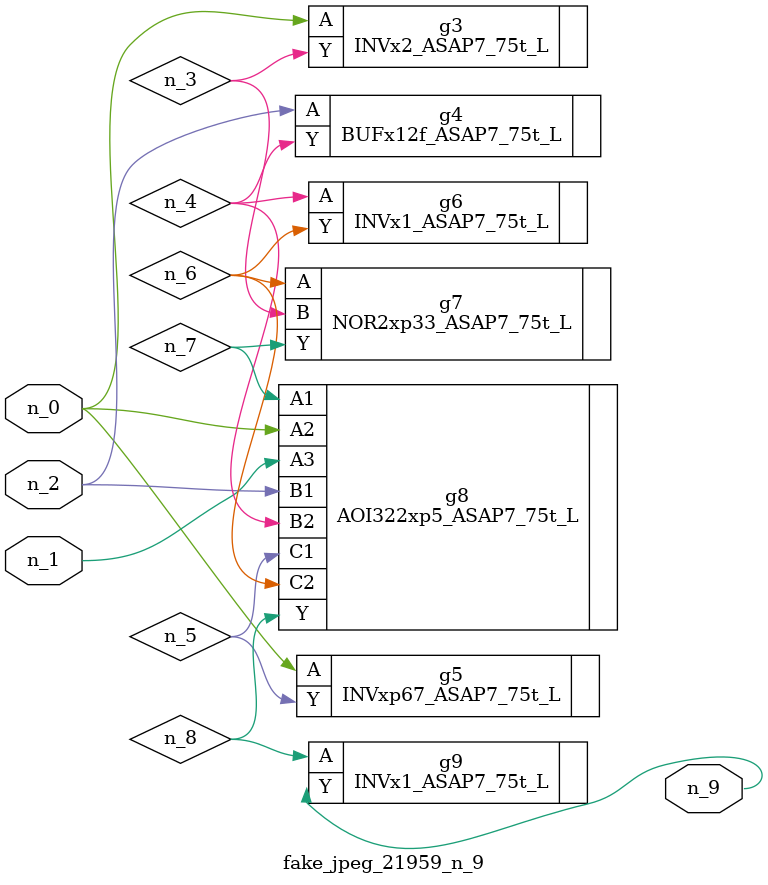
<source format=v>
module fake_jpeg_21959_n_9 (n_0, n_2, n_1, n_9);

input n_0;
input n_2;
input n_1;

output n_9;

wire n_3;
wire n_4;
wire n_8;
wire n_6;
wire n_5;
wire n_7;

INVx2_ASAP7_75t_L g3 ( 
.A(n_0),
.Y(n_3)
);

BUFx12f_ASAP7_75t_L g4 ( 
.A(n_2),
.Y(n_4)
);

INVxp67_ASAP7_75t_L g5 ( 
.A(n_0),
.Y(n_5)
);

INVx1_ASAP7_75t_L g6 ( 
.A(n_4),
.Y(n_6)
);

NOR2xp33_ASAP7_75t_L g7 ( 
.A(n_6),
.B(n_3),
.Y(n_7)
);

AOI322xp5_ASAP7_75t_L g8 ( 
.A1(n_7),
.A2(n_0),
.A3(n_1),
.B1(n_2),
.B2(n_4),
.C1(n_5),
.C2(n_6),
.Y(n_8)
);

INVx1_ASAP7_75t_L g9 ( 
.A(n_8),
.Y(n_9)
);


endmodule
</source>
